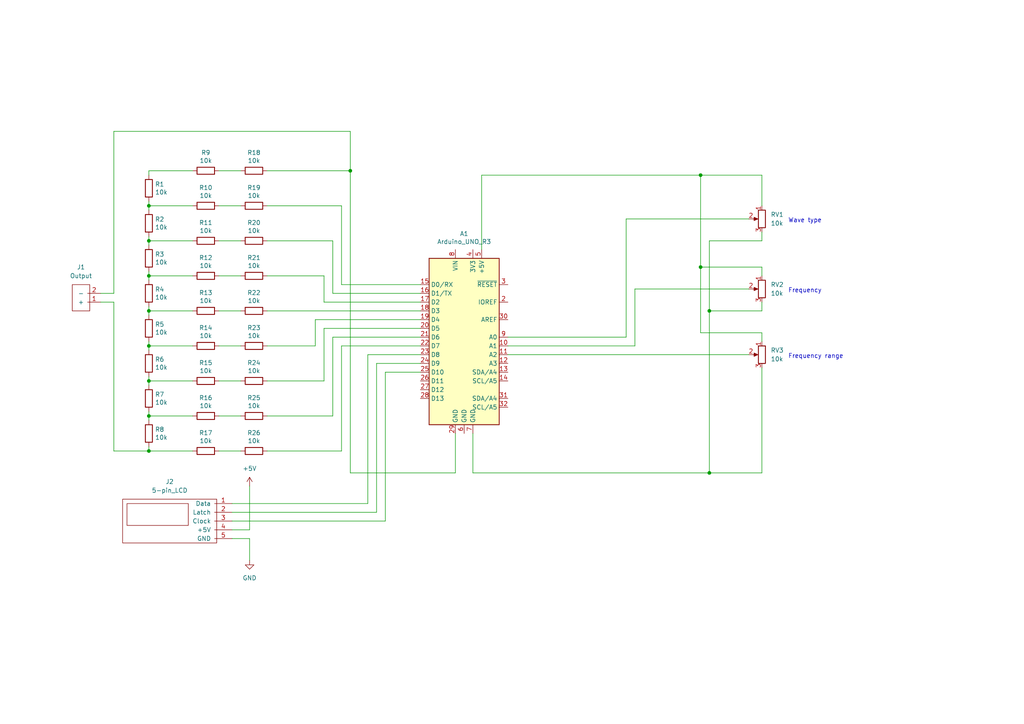
<source format=kicad_sch>
(kicad_sch (version 20211123) (generator eeschema)
  (paper "A4")
  (lib_symbols
    (symbol "Device:R" (pin_numbers hide) (pin_names (offset 0))
      (property "Reference" "R" (at 2.032 0 90))
      (property "Value" "R" (at 0 0 90))
      (symbol "R_0_1"
        (rectangle (start -1.016 -2.54) (end 1.016 2.54) (stroke (width 0.254)))
      )
      (symbol "R_1_1"
        (pin passive line (at 0 3.81 270) (length 1.27) (name "~") (number "1"))
        (pin passive line (at 0 -3.81 90) (length 1.27) (name "~") (number "2"))
      )
    )
    (symbol "Device:R_Potentiometer" (pin_names (offset 1.016) hide)
      (property "Reference" "RV" (at -4.445 0 90))
      (property "Value" "R_Potentiometer" (at -2.54 0 90))
      (symbol "R_Potentiometer_0_1"
        (polyline (pts (xy 2.54 0) (xy 1.524 0)))
        (polyline (pts (xy 1.143 0) (xy 2.286 0.508) (xy 2.286 -0.508) (xy 1.143 0)) (fill (type outline)))
        (rectangle (start 1.016 2.54) (end -1.016 -2.54) (stroke (width 0.254)))
      )
      (symbol "R_Potentiometer_1_1"
        (pin passive line (at 0 3.81 270) (length 1.27) (name "1") (number "1"))
        (pin passive line (at 3.81 0 180) (length 1.27) (name "2") (number "2"))
        (pin passive line (at 0 -3.81 90) (length 1.27) (name "3") (number "3"))
      )
    )
    (symbol "MCU_Module:Arduino_UNO_R3"
      (property "Reference" "A" (at -10.16 23.495 0))
      (property "Value" "Arduino_UNO_R3" (at 5.08 -26.67 0))
      (symbol "Arduino_UNO_R3_0_1"
        (rectangle (start -10.16 22.86) (end 10.16 -25.4) (stroke (width 0.254)) (fill (type background)))
      )
      (symbol "Arduino_UNO_R3_1_1"
        (pin no_connect line (at -10.16 -20.32 0) (length 2.54) hide (name "NC") (number "1"))
        (pin bidirectional line (at 12.7 -2.54 180) (length 2.54) (name "A1") (number "10"))
        (pin bidirectional line (at 12.7 -5.08 180) (length 2.54) (name "A2") (number "11"))
        (pin bidirectional line (at 12.7 -7.62 180) (length 2.54) (name "A3") (number "12"))
        (pin bidirectional line (at 12.7 -10.16 180) (length 2.54) (name "SDA/A4") (number "13"))
        (pin bidirectional line (at 12.7 -12.7 180) (length 2.54) (name "SCL/A5") (number "14"))
        (pin bidirectional line (at -12.7 15.24 0) (length 2.54) (name "D0/RX") (number "15"))
        (pin bidirectional line (at -12.7 12.7 0) (length 2.54) (name "D1/TX") (number "16"))
        (pin bidirectional line (at -12.7 10.16 0) (length 2.54) (name "D2") (number "17"))
        (pin bidirectional line (at -12.7 7.62 0) (length 2.54) (name "D3") (number "18"))
        (pin bidirectional line (at -12.7 5.08 0) (length 2.54) (name "D4") (number "19"))
        (pin output line (at 12.7 10.16 180) (length 2.54) (name "IOREF") (number "2"))
        (pin bidirectional line (at -12.7 2.54 0) (length 2.54) (name "D5") (number "20"))
        (pin bidirectional line (at -12.7 0 0) (length 2.54) (name "D6") (number "21"))
        (pin bidirectional line (at -12.7 -2.54 0) (length 2.54) (name "D7") (number "22"))
        (pin bidirectional line (at -12.7 -5.08 0) (length 2.54) (name "D8") (number "23"))
        (pin bidirectional line (at -12.7 -7.62 0) (length 2.54) (name "D9") (number "24"))
        (pin bidirectional line (at -12.7 -10.16 0) (length 2.54) (name "D10") (number "25"))
        (pin bidirectional line (at -12.7 -12.7 0) (length 2.54) (name "D11") (number "26"))
        (pin bidirectional line (at -12.7 -15.24 0) (length 2.54) (name "D12") (number "27"))
        (pin bidirectional line (at -12.7 -17.78 0) (length 2.54) (name "D13") (number "28"))
        (pin power_in line (at -2.54 -27.94 90) (length 2.54) (name "GND") (number "29"))
        (pin input line (at 12.7 15.24 180) (length 2.54) (name "~{RESET}") (number "3"))
        (pin input line (at 12.7 5.08 180) (length 2.54) (name "AREF") (number "30"))
        (pin bidirectional line (at 12.7 -17.78 180) (length 2.54) (name "SDA/A4") (number "31"))
        (pin bidirectional line (at 12.7 -20.32 180) (length 2.54) (name "SCL/A5") (number "32"))
        (pin power_out line (at 2.54 25.4 270) (length 2.54) (name "3V3") (number "4"))
        (pin power_out line (at 5.08 25.4 270) (length 2.54) (name "+5V") (number "5"))
        (pin power_in line (at 0 -27.94 90) (length 2.54) (name "GND") (number "6"))
        (pin power_in line (at 2.54 -27.94 90) (length 2.54) (name "GND") (number "7"))
        (pin power_in line (at -2.54 25.4 270) (length 2.54) (name "VIN") (number "8"))
        (pin bidirectional line (at 12.7 0 180) (length 2.54) (name "A0") (number "9"))
      )
    )
    (symbol "My_Headers:2-pin_Audio" (pin_names (offset 1.016))
      (property "Reference" "J" (at -0.635 6.35 0))
      (property "Value" "2-pin_Audio" (at 1.27 -4.445 0))
      (symbol "2-pin_Audio_0_1"
        (polyline (pts (xy -1.905 5.08) (xy 3.175 5.08) (xy 3.175 -2.54) (xy -1.905 -2.54) (xy -1.905 5.08)) (stroke (width 0.1524)))
      )
      (symbol "2-pin_Audio_1_1"
        (pin bidirectional line (at -5.08 2.54 0) (length 3.81) (name "+") (number "1"))
        (pin bidirectional line (at -5.08 0 0) (length 3.81) (name "-") (number "2"))
      )
    )
    (symbol "My_Headers:5-pin_LCD" (pin_names (offset 1.016))
      (property "Reference" "J" (at 5.715 2.54 0))
      (property "Value" "5-pin_LCD" (at 17.78 -12.7 0))
      (symbol "5-pin_LCD_0_1"
        (polyline (pts (xy 4.445 1.27) (xy 31.75 1.27) (xy 31.75 -11.43) (xy 4.445 -11.43) (xy 4.445 1.27)))
        (polyline (pts (xy 12.7 0) (xy 12.7 -6.35) (xy 30.48 -6.35) (xy 30.48 0) (xy 12.7 0)))
      )
      (symbol "5-pin_LCD_1_1"
        (pin input line (at 0 0 0) (length 5.08) (name "Data") (number "1"))
        (pin input line (at 0 -2.54 0) (length 5.08) (name "Latch") (number "2"))
        (pin input line (at 0 -5.08 0) (length 5.08) (name "Clock") (number "3"))
        (pin power_in line (at 0 -7.62 0) (length 5.08) (name "+5V") (number "4"))
        (pin power_in line (at 0 -10.16 0) (length 5.08) (name "GND") (number "5"))
      )
    )
    (symbol "power:+5V" (power) (pin_names (offset 0))
      (property "Value" "+5V" (at 0 3.556 0))
      (symbol "+5V_0_1"
        (polyline (pts (xy -0.762 1.27) (xy 0 2.54)))
        (polyline (pts (xy 0 0) (xy 0 2.54)))
        (polyline (pts (xy 0 2.54) (xy 0.762 1.27)))
      )
      (symbol "+5V_1_1"
        (pin power_in line (at 0 0 90) (length 0) hide (name "+5V") (number "1"))
      )
    )
    (symbol "power:GND" (power) (pin_names (offset 0))
      (property "Value" "GND" (at 0 -3.81 0))
      (symbol "GND_0_1"
        (polyline (pts (xy 0 0) (xy 0 -1.27) (xy 1.27 -1.27) (xy 0 -2.54) (xy -1.27 -1.27) (xy 0 -1.27)))
      )
      (symbol "GND_1_1"
        (pin power_in line (at 0 0 270) (length 0) hide (name "GND") (number "1"))
      )
    )
  )
  (junction (at 203.2 77.47))
  (junction (at 43.18 59.69))
  (junction (at 203.2 50.8))
  (junction (at 43.18 100.33))
  (junction (at 43.18 80.01))
  (junction (at 43.18 110.49))
  (junction (at 101.6 49.53))
  (junction (at 43.18 130.81))
  (junction (at 205.74 137.16))
  (junction (at 43.18 69.85))
  (junction (at 43.18 120.65))
  (junction (at 205.74 90.17))
  (junction (at 43.18 90.17))
  (wire (pts (xy 203.2 77.47) (xy 220.98 77.47)))
  (wire (pts (xy 77.47 49.53) (xy 101.6 49.53)))
  (wire (pts (xy 77.47 100.33) (xy 91.44 100.33)))
  (wire (pts (xy 55.88 59.69) (xy 43.18 59.69)))
  (wire (pts (xy 33.02 38.1) (xy 33.02 85.09)))
  (wire (pts (xy 63.5 59.69) (xy 69.85 59.69)))
  (wire (pts (xy 43.18 90.17) (xy 43.18 88.9)))
  (wire (pts (xy 99.06 130.81) (xy 77.47 130.81)))
  (wire (pts (xy 181.61 63.5) (xy 217.17 63.5)))
  (wire (pts (xy 43.18 130.81) (xy 43.18 129.54)))
  (wire (pts (xy 63.5 49.53) (xy 69.85 49.53)))
  (wire (pts (xy 55.88 130.81) (xy 43.18 130.81)))
  (wire (pts (xy 220.98 87.63) (xy 220.98 90.17)))
  (wire (pts (xy 43.18 60.96) (xy 43.18 59.69)))
  (wire (pts (xy 111.76 107.95) (xy 121.92 107.95)))
  (wire (pts (xy 72.39 153.67) (xy 72.39 140.97)))
  (wire (pts (xy 96.52 97.79) (xy 96.52 120.65)))
  (wire (pts (xy 55.88 100.33) (xy 43.18 100.33)))
  (wire (pts (xy 55.88 110.49) (xy 43.18 110.49)))
  (wire (pts (xy 33.02 130.81) (xy 33.02 87.63)))
  (wire (pts (xy 101.6 38.1) (xy 101.6 49.53)))
  (wire (pts (xy 63.5 100.33) (xy 69.85 100.33)))
  (wire (pts (xy 43.18 121.92) (xy 43.18 120.65)))
  (wire (pts (xy 121.92 85.09) (xy 96.52 85.09)))
  (wire (pts (xy 33.02 87.63) (xy 29.21 87.63)))
  (wire (pts (xy 67.31 153.67) (xy 72.39 153.67)))
  (wire (pts (xy 43.18 49.53) (xy 43.18 50.8)))
  (wire (pts (xy 55.88 80.01) (xy 43.18 80.01)))
  (wire (pts (xy 184.15 83.82) (xy 217.17 83.82)))
  (wire (pts (xy 77.47 59.69) (xy 99.06 59.69)))
  (wire (pts (xy 77.47 120.65) (xy 96.52 120.65)))
  (wire (pts (xy 96.52 69.85) (xy 77.47 69.85)))
  (wire (pts (xy 205.74 90.17) (xy 205.74 137.16)))
  (wire (pts (xy 220.98 96.52) (xy 203.2 96.52)))
  (wire (pts (xy 111.76 151.13) (xy 111.76 107.95)))
  (wire (pts (xy 205.74 137.16) (xy 220.98 137.16)))
  (wire (pts (xy 69.85 110.49) (xy 63.5 110.49)))
  (wire (pts (xy 203.2 50.8) (xy 203.2 77.47)))
  (wire (pts (xy 147.32 97.79) (xy 181.61 97.79)))
  (wire (pts (xy 101.6 38.1) (xy 33.02 38.1)))
  (wire (pts (xy 121.92 90.17) (xy 77.47 90.17)))
  (wire (pts (xy 147.32 100.33) (xy 184.15 100.33)))
  (wire (pts (xy 181.61 97.79) (xy 181.61 63.5)))
  (wire (pts (xy 91.44 92.71) (xy 91.44 100.33)))
  (wire (pts (xy 121.92 102.87) (xy 106.68 102.87)))
  (wire (pts (xy 43.18 81.28) (xy 43.18 80.01)))
  (wire (pts (xy 93.98 110.49) (xy 77.47 110.49)))
  (wire (pts (xy 121.92 100.33) (xy 99.06 100.33)))
  (wire (pts (xy 43.18 130.81) (xy 33.02 130.81)))
  (wire (pts (xy 106.68 102.87) (xy 106.68 146.05)))
  (wire (pts (xy 220.98 50.8) (xy 220.98 59.69)))
  (wire (pts (xy 67.31 146.05) (xy 106.68 146.05)))
  (wire (pts (xy 43.18 71.12) (xy 43.18 69.85)))
  (wire (pts (xy 63.5 80.01) (xy 69.85 80.01)))
  (wire (pts (xy 77.47 80.01) (xy 93.98 80.01)))
  (wire (pts (xy 121.92 87.63) (xy 93.98 87.63)))
  (wire (pts (xy 184.15 100.33) (xy 184.15 83.82)))
  (wire (pts (xy 93.98 95.25) (xy 93.98 110.49)))
  (wire (pts (xy 137.16 137.16) (xy 205.74 137.16)))
  (wire (pts (xy 121.92 97.79) (xy 96.52 97.79)))
  (wire (pts (xy 29.21 85.09) (xy 33.02 85.09)))
  (wire (pts (xy 43.18 120.65) (xy 43.18 119.38)))
  (wire (pts (xy 109.22 148.59) (xy 109.22 105.41)))
  (wire (pts (xy 69.85 130.81) (xy 63.5 130.81)))
  (wire (pts (xy 101.6 49.53) (xy 101.6 137.16)))
  (wire (pts (xy 147.32 102.87) (xy 217.17 102.87)))
  (wire (pts (xy 203.2 50.8) (xy 220.98 50.8)))
  (wire (pts (xy 220.98 77.47) (xy 220.98 80.01)))
  (wire (pts (xy 43.18 111.76) (xy 43.18 110.49)))
  (wire (pts (xy 101.6 137.16) (xy 132.08 137.16)))
  (wire (pts (xy 205.74 69.85) (xy 205.74 90.17)))
  (wire (pts (xy 43.18 101.6) (xy 43.18 100.33)))
  (wire (pts (xy 220.98 99.06) (xy 220.98 96.52)))
  (wire (pts (xy 69.85 90.17) (xy 63.5 90.17)))
  (wire (pts (xy 63.5 120.65) (xy 69.85 120.65)))
  (wire (pts (xy 132.08 137.16) (xy 132.08 125.73)))
  (wire (pts (xy 203.2 96.52) (xy 203.2 77.47)))
  (wire (pts (xy 55.88 120.65) (xy 43.18 120.65)))
  (wire (pts (xy 93.98 87.63) (xy 93.98 80.01)))
  (wire (pts (xy 67.31 156.21) (xy 72.39 156.21)))
  (wire (pts (xy 67.31 151.13) (xy 111.76 151.13)))
  (wire (pts (xy 43.18 80.01) (xy 43.18 78.74)))
  (wire (pts (xy 121.92 95.25) (xy 93.98 95.25)))
  (wire (pts (xy 220.98 69.85) (xy 205.74 69.85)))
  (wire (pts (xy 220.98 67.31) (xy 220.98 69.85)))
  (wire (pts (xy 220.98 90.17) (xy 205.74 90.17)))
  (wire (pts (xy 67.31 148.59) (xy 109.22 148.59)))
  (wire (pts (xy 137.16 125.73) (xy 137.16 137.16)))
  (wire (pts (xy 121.92 82.55) (xy 99.06 82.55)))
  (wire (pts (xy 109.22 105.41) (xy 121.92 105.41)))
  (wire (pts (xy 43.18 110.49) (xy 43.18 109.22)))
  (wire (pts (xy 43.18 100.33) (xy 43.18 99.06)))
  (wire (pts (xy 55.88 69.85) (xy 43.18 69.85)))
  (wire (pts (xy 72.39 156.21) (xy 72.39 162.56)))
  (wire (pts (xy 99.06 82.55) (xy 99.06 59.69)))
  (wire (pts (xy 43.18 91.44) (xy 43.18 90.17)))
  (wire (pts (xy 220.98 137.16) (xy 220.98 106.68)))
  (wire (pts (xy 43.18 59.69) (xy 43.18 58.42)))
  (wire (pts (xy 139.7 72.39) (xy 139.7 50.8)))
  (wire (pts (xy 55.88 90.17) (xy 43.18 90.17)))
  (wire (pts (xy 139.7 50.8) (xy 203.2 50.8)))
  (wire (pts (xy 96.52 85.09) (xy 96.52 69.85)))
  (wire (pts (xy 121.92 92.71) (xy 91.44 92.71)))
  (wire (pts (xy 43.18 69.85) (xy 43.18 68.58)))
  (wire (pts (xy 69.85 69.85) (xy 63.5 69.85)))
  (wire (pts (xy 99.06 100.33) (xy 99.06 130.81)))
  (wire (pts (xy 55.88 49.53) (xy 43.18 49.53)))
  (text "Wave type" (at 228.6 64.77 0) (effects (font (size 1.27 1.27)) (justify left bottom)))
  (text "Frequency range" (at 228.6 104.14 0) (effects (font (size 1.27 1.27)) (justify left bottom)))
  (text "Frequency" (at 228.6 85.09 0) (effects (font (size 1.27 1.27)) (justify left bottom)))
  (symbol (lib_id "Device:R") (at 59.69 59.69 270) (unit 1)
    (property "Reference" "R10" (at 59.69 54.4322 90))
    (property "Value" "10k" (at 59.69 56.7436 90))
    (property "Footprint" "My_Misc:R_Axial_DIN0207_L6.3mm_D2.5mm_P10.16mm_Horizontal_large" (effects hide))
  )
  (symbol (lib_id "Device:R") (at 59.69 69.85 270) (unit 1)
    (property "Reference" "R11" (at 59.69 64.5922 90))
    (property "Value" "10k" (at 59.69 66.9036 90))
    (property "Footprint" "My_Misc:R_Axial_DIN0207_L6.3mm_D2.5mm_P10.16mm_Horizontal_large" (effects hide))
  )
  (symbol (lib_id "Device:R") (at 59.69 80.01 270) (unit 1)
    (property "Reference" "R12" (at 59.69 74.7522 90))
    (property "Value" "10k" (at 59.69 77.0636 90))
    (property "Footprint" "My_Misc:R_Axial_DIN0207_L6.3mm_D2.5mm_P10.16mm_Horizontal_large" (effects hide))
  )
  (symbol (lib_id "Device:R") (at 59.69 90.17 270) (unit 1)
    (property "Reference" "R13" (at 59.69 84.9122 90))
    (property "Value" "10k" (at 59.69 87.2236 90))
    (property "Footprint" "My_Misc:R_Axial_DIN0207_L6.3mm_D2.5mm_P10.16mm_Horizontal_large" (effects hide))
  )
  (symbol (lib_id "Device:R") (at 59.69 100.33 270) (unit 1)
    (property "Reference" "R14" (at 59.69 95.0722 90))
    (property "Value" "10k" (at 59.69 97.3836 90))
    (property "Footprint" "My_Misc:R_Axial_DIN0207_L6.3mm_D2.5mm_P10.16mm_Horizontal_large" (effects hide))
  )
  (symbol (lib_id "Device:R") (at 59.69 110.49 270) (unit 1)
    (property "Reference" "R15" (at 59.69 105.2322 90))
    (property "Value" "10k" (at 59.69 107.5436 90))
    (property "Footprint" "My_Misc:R_Axial_DIN0207_L6.3mm_D2.5mm_P10.16mm_Horizontal_large" (effects hide))
  )
  (symbol (lib_id "Device:R") (at 59.69 120.65 270) (unit 1)
    (property "Reference" "R16" (at 59.69 115.3922 90))
    (property "Value" "10k" (at 59.69 117.7036 90))
    (property "Footprint" "My_Misc:R_Axial_DIN0207_L6.3mm_D2.5mm_P10.16mm_Horizontal_large" (effects hide))
  )
  (symbol (lib_id "Device:R") (at 59.69 49.53 270) (unit 1)
    (property "Reference" "R9" (at 59.69 44.2722 90))
    (property "Value" "10k" (at 59.69 46.5836 90))
    (property "Footprint" "My_Misc:R_Axial_DIN0207_L6.3mm_D2.5mm_P10.16mm_Horizontal_large" (effects hide))
  )
  (symbol (lib_id "Device:R") (at 59.69 130.81 270) (unit 1)
    (property "Reference" "R17" (at 59.69 125.5522 90))
    (property "Value" "10k" (at 59.69 127.8636 90))
    (property "Footprint" "My_Misc:R_Axial_DIN0207_L6.3mm_D2.5mm_P10.16mm_Horizontal_large" (effects hide))
  )
  (symbol (lib_id "Device:R") (at 43.18 64.77 0) (unit 1)
    (property "Reference" "R2" (at 44.958 63.6016 0) (effects (justify left)))
    (property "Value" "10k" (at 44.958 65.913 0) (effects (justify left)))
    (property "Footprint" "My_Misc:R_Axial_DIN0207_L6.3mm_D2.5mm_P10.16mm_Horizontal_large" (effects hide))
  )
  (symbol (lib_id "Device:R") (at 43.18 74.93 0) (unit 1)
    (property "Reference" "R3" (at 44.958 73.7616 0) (effects (justify left)))
    (property "Value" "10k" (at 44.958 76.073 0) (effects (justify left)))
    (property "Footprint" "My_Misc:R_Axial_DIN0207_L6.3mm_D2.5mm_P10.16mm_Horizontal_large" (effects hide))
  )
  (symbol (lib_id "Device:R") (at 43.18 85.09 0) (unit 1)
    (property "Reference" "R4" (at 44.958 83.9216 0) (effects (justify left)))
    (property "Value" "10k" (at 44.958 86.233 0) (effects (justify left)))
    (property "Footprint" "My_Misc:R_Axial_DIN0207_L6.3mm_D2.5mm_P10.16mm_Horizontal_large" (effects hide))
  )
  (symbol (lib_id "Device:R") (at 43.18 95.25 0) (unit 1)
    (property "Reference" "R5" (at 44.958 94.0816 0) (effects (justify left)))
    (property "Value" "10k" (at 44.958 96.393 0) (effects (justify left)))
    (property "Footprint" "My_Misc:R_Axial_DIN0207_L6.3mm_D2.5mm_P10.16mm_Horizontal_large" (effects hide))
  )
  (symbol (lib_id "Device:R") (at 43.18 105.41 0) (unit 1)
    (property "Reference" "R6" (at 44.958 104.2416 0) (effects (justify left)))
    (property "Value" "10k" (at 44.958 106.553 0) (effects (justify left)))
    (property "Footprint" "My_Misc:R_Axial_DIN0207_L6.3mm_D2.5mm_P10.16mm_Horizontal_large" (effects hide))
  )
  (symbol (lib_id "Device:R") (at 43.18 115.57 0) (unit 1)
    (property "Reference" "R7" (at 44.958 114.4016 0) (effects (justify left)))
    (property "Value" "10k" (at 44.958 116.713 0) (effects (justify left)))
    (property "Footprint" "My_Misc:R_Axial_DIN0207_L6.3mm_D2.5mm_P10.16mm_Horizontal_large" (effects hide))
  )
  (symbol (lib_id "Device:R") (at 43.18 125.73 0) (unit 1)
    (property "Reference" "R8" (at 44.958 124.5616 0) (effects (justify left)))
    (property "Value" "10k" (at 44.958 126.873 0) (effects (justify left)))
    (property "Footprint" "My_Misc:R_Axial_DIN0207_L6.3mm_D2.5mm_P10.16mm_Horizontal_large" (effects hide))
  )
  (symbol (lib_id "Device:R") (at 43.18 54.61 0) (unit 1)
    (property "Reference" "R1" (at 44.958 53.4416 0) (effects (justify left)))
    (property "Value" "10k" (at 44.958 55.753 0) (effects (justify left)))
    (property "Footprint" "My_Misc:R_Axial_DIN0207_L6.3mm_D2.5mm_P10.16mm_Horizontal_large" (effects hide))
  )
  (symbol (lib_id "MCU_Module:Arduino_UNO_R3") (at 134.62 97.79 0) (unit 1)
    (property "Reference" "A1" (at 134.62 67.7926 0))
    (property "Value" "Arduino_UNO_R3" (at 134.62 70.104 0))
    (property "Footprint" "My_Arduino:Arduino_UNO_R3_shield_large" (effects hide))
    (property "Datasheet" "https://www.arduino.cc/en/Main/arduinoBoardUno" (effects hide))
  )
  (symbol (lib_id "Device:R") (at 73.66 49.53 270) (unit 1)
    (property "Reference" "R18" (at 73.66 44.2722 90))
    (property "Value" "10k" (at 73.66 46.5836 90))
    (property "Footprint" "My_Misc:R_Axial_DIN0207_L6.3mm_D2.5mm_P10.16mm_Horizontal_large" (effects hide))
  )
  (symbol (lib_id "Device:R") (at 73.66 59.69 270) (unit 1)
    (property "Reference" "R19" (at 73.66 54.4322 90))
    (property "Value" "10k" (at 73.66 56.7436 90))
    (property "Footprint" "My_Misc:R_Axial_DIN0207_L6.3mm_D2.5mm_P10.16mm_Horizontal_large" (effects hide))
  )
  (symbol (lib_id "Device:R") (at 73.66 69.85 270) (unit 1)
    (property "Reference" "R20" (at 73.66 64.5922 90))
    (property "Value" "10k" (at 73.66 66.9036 90))
    (property "Footprint" "My_Misc:R_Axial_DIN0207_L6.3mm_D2.5mm_P10.16mm_Horizontal_large" (effects hide))
  )
  (symbol (lib_id "Device:R") (at 73.66 80.01 270) (unit 1)
    (property "Reference" "R21" (at 73.66 74.7522 90))
    (property "Value" "10k" (at 73.66 77.0636 90))
    (property "Footprint" "My_Misc:R_Axial_DIN0207_L6.3mm_D2.5mm_P10.16mm_Horizontal_large" (effects hide))
  )
  (symbol (lib_id "Device:R") (at 73.66 90.17 270) (unit 1)
    (property "Reference" "R22" (at 73.66 84.9122 90))
    (property "Value" "10k" (at 73.66 87.2236 90))
    (property "Footprint" "My_Misc:R_Axial_DIN0207_L6.3mm_D2.5mm_P10.16mm_Horizontal_large" (effects hide))
  )
  (symbol (lib_id "Device:R") (at 73.66 100.33 270) (unit 1)
    (property "Reference" "R23" (at 73.66 95.0722 90))
    (property "Value" "10k" (at 73.66 97.3836 90))
    (property "Footprint" "My_Misc:R_Axial_DIN0207_L6.3mm_D2.5mm_P10.16mm_Horizontal_large" (effects hide))
  )
  (symbol (lib_id "Device:R") (at 73.66 110.49 270) (unit 1)
    (property "Reference" "R24" (at 73.66 105.2322 90))
    (property "Value" "10k" (at 73.66 107.5436 90))
    (property "Footprint" "My_Misc:R_Axial_DIN0207_L6.3mm_D2.5mm_P10.16mm_Horizontal_large" (effects hide))
  )
  (symbol (lib_id "Device:R") (at 73.66 120.65 270) (unit 1)
    (property "Reference" "R25" (at 73.66 115.3922 90))
    (property "Value" "10k" (at 73.66 117.7036 90))
    (property "Footprint" "My_Misc:R_Axial_DIN0207_L6.3mm_D2.5mm_P10.16mm_Horizontal_large" (effects hide))
  )
  (symbol (lib_id "Device:R") (at 73.66 130.81 270) (unit 1)
    (property "Reference" "R26" (at 73.66 125.5522 90))
    (property "Value" "10k" (at 73.66 127.8636 90))
    (property "Footprint" "My_Misc:R_Axial_DIN0207_L6.3mm_D2.5mm_P10.16mm_Horizontal_large" (effects hide))
  )
  (symbol (lib_id "Device:R_Potentiometer") (at 220.98 63.5 0) (mirror y) (unit 1)
    (property "Reference" "RV1" (at 223.52 62.2299 0) (effects (justify right)))
    (property "Value" "10k" (at 223.52 64.7699 0) (effects (justify right)))
    (property "Footprint" "My_Headers:3-pin JST Potentiometer" (effects hide))
  )
  (symbol (lib_id "power:+5V") (at 72.39 140.97 0) (unit 1)
    (property "Reference" "#PWR01" (effects hide))
    (property "Value" "+5V" (at 72.39 135.89 0))
  )
  (symbol (lib_id "power:GND") (at 72.39 162.56 0) (unit 1)
    (property "Reference" "#PWR02" (effects hide))
    (property "Value" "GND" (at 72.39 167.64 0))
  )
  (symbol (lib_id "Device:R_Potentiometer") (at 220.98 83.82 0) (mirror y) (unit 1)
    (property "Reference" "RV2" (at 223.52 82.5499 0) (effects (justify right)))
    (property "Value" "10k" (at 223.52 85.0899 0) (effects (justify right)))
    (property "Footprint" "My_Headers:3-pin JST Potentiometer" (effects hide))
  )
  (symbol (lib_id "My_Headers:2-pin_Audio") (at 24.13 85.09 180) (unit 1)
    (property "Reference" "J1" (at 23.495 77.47 0))
    (property "Value" "Output" (at 23.495 80.01 0))
    (property "Footprint" "My_Headers:2-pin_Output_header" (effects hide))
  )
  (symbol (lib_id "Device:R_Potentiometer") (at 220.98 102.87 0) (mirror y) (unit 1)
    (property "Reference" "RV3" (at 223.52 101.5999 0) (effects (justify right)))
    (property "Value" "10k" (at 223.52 104.1399 0) (effects (justify right)))
    (property "Footprint" "My_Headers:3-pin JST Potentiometer" (effects hide))
  )
  (symbol (lib_id "My_Headers:5-pin_LCD") (at 67.31 146.05 0) (mirror y) (unit 1)
    (property "Reference" "J2" (at 49.2125 139.7 0))
    (property "Value" "5-pin_LCD" (at 49.2125 142.24 0))
    (property "Footprint" "My_Headers:5-pin JST LCD" (effects hide))
  )
)
</source>
